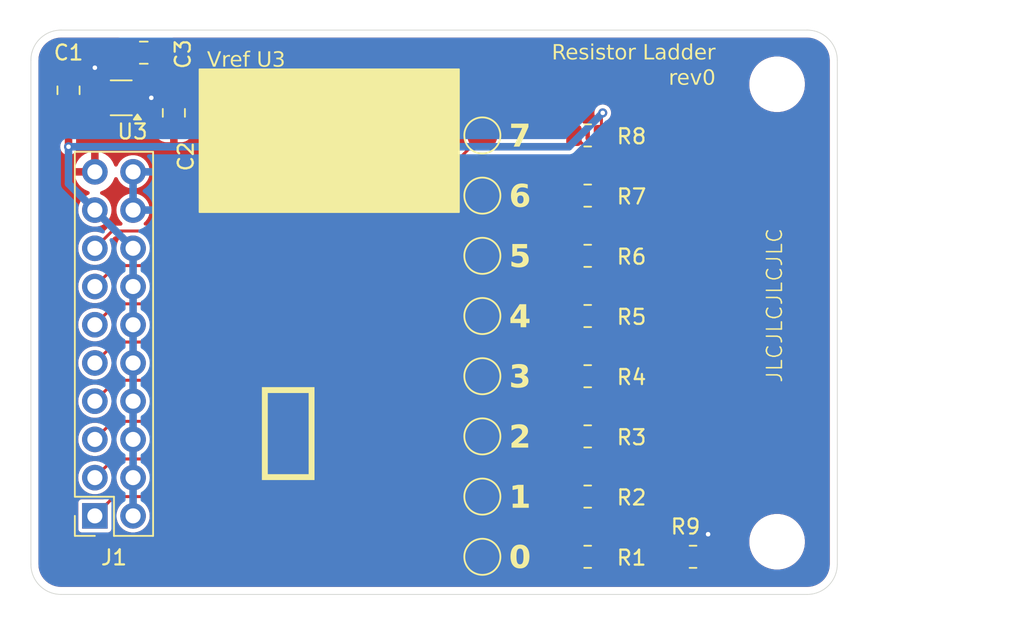
<source format=kicad_pcb>
(kicad_pcb (version 20240108) (generator "pcbnew") (generator_version "8.0")
  (layers (0 "F.Cu" signal) (31 "B.Cu" signal) (34 "B.Paste" user) (35 "F.Paste" user) (36 "B.SilkS" user "B.Silkscreen") (37 "F.SilkS" user "F.Silkscreen") (38 "B.Mask" user) (39 "F.Mask" user) (44 "Edge.Cuts" user))
  (net 0 "")
  (net 1 "/VREF")
  (net 2 "GND")
  (net 3 "VAA")
  (net 4 "/S4")
  (net 5 "/S2")
  (net 6 "/S7")
  (net 7 "/S5")
  (net 8 "/S1")
  (net 9 "/S0")
  (net 10 "/S6")
  (net 11 "/S3")
  (footprint "Package_TO_SOT_SMD:SOT-353_SC-70-5" (layer "F.Cu") (at 97.5 92.5 180)
    (property "Reference" "U3" (at -0.75 -2.25 180) (layer "F.SilkS"))
    (property "Value" "MIC5366-2.0YC5-TR")
    (fp_line (start -0.7 1.16) (end 0.7 1.16) (stroke (width 0.12)) (layer "F.SilkS"))
    (fp_line (start -0.71 -1.16) (end 0.7 -1.16) (stroke (width 0.12)) (layer "F.SilkS"))
    (fp_poly (pts (xy -1.08 -1.11) (xy -1.32 -1.44) (xy -0.84 -1.44) (xy -1.08 -1.11)) (stroke (width 0.12)) (fill solid) (layer "F.SilkS"))
    (pad "1" smd roundrect (at -0.95 -0.65 180) (size 0.65 0.4) (layers "F.Cu" "F.Paste" "F.Mask") (net 3 "VAA"))
    (pad "2" smd roundrect (at -0.949999 0 180) (size 0.65 0.4) (layers "F.Cu" "F.Paste" "F.Mask") (net 2 "GND"))
    (pad "3" smd roundrect (at -0.95 0.65 180) (size 0.65 0.4) (layers "F.Cu" "F.Paste" "F.Mask") (net 3 "VAA"))
    (pad "4" smd roundrect (at 0.95 0.65 180) (size 0.65 0.4) (layers "F.Cu" "F.Paste" "F.Mask"))
    (pad "5" smd roundrect (at 0.95 -0.65 180) (size 0.65 0.4) (layers "F.Cu" "F.Paste" "F.Mask") (net 1 "/VREF"))
  )
  (footprint "Resistor_SMD:R_0805_2012Metric" (layer "F.Cu") (at 135.5 123 180)
    (property "Reference" "R9" (at 0.5 2 180) (layer "F.SilkS"))
    (property "Value" "1k")
    (fp_line (start -0.227064 0.735) (end 0.227064 0.735) (stroke (width 0.12)) (layer "F.SilkS"))
    (fp_line (start -0.227064 -0.735) (end 0.227064 -0.735) (stroke (width 0.12)) (layer "F.SilkS"))
    (pad "1" smd roundrect (at -0.9125 0 180) (size 1.025 1.4) (layers "F.Cu" "F.Paste" "F.Mask") (roundrect_rratio 0.243902) (net 2 "GND"))
    (pad "2" smd roundrect (at 0.9125 0 180) (size 1.025 1.4) (layers "F.Cu" "F.Paste" "F.Mask") (roundrect_rratio 0.243902) (net 9 "/S0"))
  )
  (footprint "MountingHole:MountingHole_3.2mm_M3" (layer "F.Cu") (at 141.085786 122)
    (property "Reference" "H2" (hide yes))
    (property "Value" "MountingHole")
    (pad "" np_thru_hole circle (at 0 0) (size 3.2 3.2) (drill 3.2) (layers "*.Cu" "*.Mask"))
  )
  (footprint "Resistor_SMD:R_0805_2012Metric" (layer "F.Cu") (at 128.5 99)
    (property "Reference" "R7" (at 2.9125 0.06666 360) (layer "F.SilkS"))
    (property "Value" "1k")
    (fp_line (start -0.227064 -0.735) (end 0.227064 -0.735) (stroke (width 0.12)) (layer "F.SilkS"))
    (fp_line (start -0.227064 0.735) (end 0.227064 0.735) (stroke (width 0.12)) (layer "F.SilkS"))
    (pad "1" smd roundrect (at -0.9125 0) (size 1.025 1.4) (layers "F.Cu" "F.Paste" "F.Mask") (roundrect_rratio 0.243902) (net 10 "/S6"))
    (pad "2" smd roundrect (at 0.9125 0) (size 1.025 1.4) (layers "F.Cu" "F.Paste" "F.Mask") (roundrect_rratio 0.243902) (net 6 "/S7"))
  )
  (footprint "MountingHole:MountingHole_3.2mm_M3" (layer "F.Cu") (at 141.085786 91.6)
    (property "Reference" "H1" (hide yes))
    (property "Value" "MountingHole")
    (pad "" np_thru_hole circle (at 0 0) (size 3.2 3.2) (drill 3.2) (layers "*.Cu" "*.Mask"))
  )
  (footprint "Resistor_SMD:R_0805_2012Metric" (layer "F.Cu") (at 128.5 107)
    (property "Reference" "R5" (at 2.9125 0.06666 0) (layer "F.SilkS"))
    (property "Value" "1k")
    (fp_line (start -0.227064 -0.735) (end 0.227064 -0.735) (stroke (width 0.12)) (layer "F.SilkS"))
    (fp_line (start -0.227064 0.735) (end 0.227064 0.735) (stroke (width 0.12)) (layer "F.SilkS"))
    (pad "1" smd roundrect (at -0.9125 0) (size 1.025 1.4) (layers "F.Cu" "F.Paste" "F.Mask") (roundrect_rratio 0.243902) (net 4 "/S4"))
    (pad "2" smd roundrect (at 0.9125 0) (size 1.025 1.4) (layers "F.Cu" "F.Paste" "F.Mask") (roundrect_rratio 0.243902) (net 7 "/S5"))
  )
  (footprint "Resistor_SMD:R_0805_2012Metric" (layer "F.Cu") (at 128.5 119)
    (property "Reference" "R2" (at 2.9125 0.06666 0) (layer "F.SilkS"))
    (property "Value" "1k")
    (fp_line (start -0.227064 -0.735) (end 0.227064 -0.735) (stroke (width 0.12)) (layer "F.SilkS"))
    (fp_line (start -0.227064 0.735) (end 0.227064 0.735) (stroke (width 0.12)) (layer "F.SilkS"))
    (pad "1" smd roundrect (at -0.9125 0) (size 1.025 1.4) (layers "F.Cu" "F.Paste" "F.Mask") (roundrect_rratio 0.243902) (net 8 "/S1"))
    (pad "2" smd roundrect (at 0.9125 0) (size 1.025 1.4) (layers "F.Cu" "F.Paste" "F.Mask") (roundrect_rratio 0.243902) (net 5 "/S2"))
  )
  (footprint "Resistor_SMD:R_0805_2012Metric" (layer "F.Cu") (at 128.5 103)
    (property "Reference" "R6" (at 2.9125 0.06666 0) (layer "F.SilkS"))
    (property "Value" "1k")
    (fp_line (start -0.227064 -0.735) (end 0.227064 -0.735) (stroke (width 0.12)) (layer "F.SilkS"))
    (fp_line (start -0.227064 0.735) (end 0.227064 0.735) (stroke (width 0.12)) (layer "F.SilkS"))
    (pad "1" smd roundrect (at -0.9125 0) (size 1.025 1.4) (layers "F.Cu" "F.Paste" "F.Mask") (roundrect_rratio 0.243902) (net 7 "/S5"))
    (pad "2" smd roundrect (at 0.9125 0) (size 1.025 1.4) (layers "F.Cu" "F.Paste" "F.Mask") (roundrect_rratio 0.243902) (net 10 "/S6"))
  )
  (footprint "TestPoint:TestPoint_Pad_D2.0mm" (layer "F.Cu") (at 121.5 123)
    (property "Reference" "TP1" (hide yes))
    (property "Value" "TestPoint")
    (fp_circle (center 0 0) (end 0 1.2) (stroke (width 0.12)) (fill none) (layer "F.SilkS"))
    (pad "1" smd circle (at 0 0) (size 2 2) (layers "F.Cu" "F.Mask") (net 9 "/S0"))
  )
  (footprint "Capacitor_SMD:C_0805_2012Metric" (layer "F.Cu") (at 101 93.5 90)
    (property "Reference" "C2" (at -2.9 0.8 -90) (layer "F.SilkS"))
    (property "Value" "1uF X7R")
    (fp_line (start -0.261253 -0.735) (end 0.261253 -0.735) (stroke (width 0.12)) (layer "F.SilkS"))
    (fp_line (start -0.261253 0.735) (end 0.261253 0.735) (stroke (width 0.12)) (layer "F.SilkS"))
    (pad "1" smd roundrect (at -0.949999 0 90) (size 1 1.45) (layers "F.Cu" "F.Paste" "F.Mask") (net 3 "VAA"))
    (pad "2" smd roundrect (at 0.949999 0 90) (size 1 1.45) (layers "F.Cu" "F.Paste" "F.Mask") (net 2 "GND"))
  )
  (footprint "Resistor_SMD:R_0805_2012Metric" (layer "F.Cu") (at 128.5 111)
    (property "Reference" "R4" (at 2.9125 0.06666 0) (layer "F.SilkS"))
    (property "Value" "1k")
    (fp_line (start -0.227064 -0.735) (end 0.227064 -0.735) (stroke (width 0.12)) (layer "F.SilkS"))
    (fp_line (start -0.227064 0.735) (end 0.227064 0.735) (stroke (width 0.12)) (layer "F.SilkS"))
    (pad "1" smd roundrect (at -0.9125 0) (size 1.025 1.4) (layers "F.Cu" "F.Paste" "F.Mask") (roundrect_rratio 0.243902) (net 11 "/S3"))
    (pad "2" smd roundrect (at 0.9125 0) (size 1.025 1.4) (layers "F.Cu" "F.Paste" "F.Mask") (roundrect_rratio 0.243902) (net 4 "/S4"))
  )
  (footprint "Resistor_SMD:R_0805_2012Metric" (layer "F.Cu") (at 128.5 123)
    (property "Reference" "R1" (at 2.9125 0.06666 0) (layer "F.SilkS"))
    (property "Value" "1k")
    (fp_line (start -0.227064 -0.735) (end 0.227064 -0.735) (stroke (width 0.12)) (layer "F.SilkS"))
    (fp_line (start -0.227064 0.735) (end 0.227064 0.735) (stroke (width 0.12)) (layer "F.SilkS"))
    (pad "1" smd roundrect (at -0.9125 0) (size 1.025 1.4) (layers "F.Cu" "F.Paste" "F.Mask") (roundrect_rratio 0.243902) (net 9 "/S0"))
    (pad "2" smd roundrect (at 0.9125 0) (size 1.025 1.4) (layers "F.Cu" "F.Paste" "F.Mask") (roundrect_rratio 0.243902) (net 8 "/S1"))
  )
  (footprint "TestPoint:TestPoint_Pad_D2.0mm" (layer "F.Cu") (at 121.5 119)
    (property "Reference" "TP2" (hide yes))
    (property "Value" "TestPoint")
    (fp_circle (center 0 0) (end 0 1.2) (stroke (width 0.12)) (fill none) (layer "F.SilkS"))
    (pad "1" smd circle (at 0 0) (size 2 2) (layers "F.Cu" "F.Mask") (net 8 "/S1"))
  )
  (footprint "TestPoint:TestPoint_Pad_D2.0mm" (layer "F.Cu") (at 121.5 99)
    (property "Reference" "TP7" (hide yes))
    (property "Value" "TestPoint")
    (fp_circle (center 0 0) (end 0 1.2) (stroke (width 0.12)) (fill none) (layer "F.SilkS"))
    (pad "1" smd circle (at 0 0) (size 2 2) (layers "F.Cu" "F.Mask") (net 10 "/S6"))
  )
  (footprint "Resistor_SMD:R_0805_2012Metric" (layer "F.Cu") (at 128.5 95)
    (property "Reference" "R8" (at 2.9125 0.06666 0) (layer "F.SilkS"))
    (property "Value" "1k")
    (fp_line (start -0.227064 -0.735) (end 0.227064 -0.735) (stroke (width 0.12)) (layer "F.SilkS"))
    (fp_line (start -0.227064 0.735) (end 0.227064 0.735) (stroke (width 0.12)) (layer "F.SilkS"))
    (pad "1" smd roundrect (at -0.9125 0) (size 1.025 1.4) (layers "F.Cu" "F.Paste" "F.Mask") (roundrect_rratio 0.243902) (net 6 "/S7"))
    (pad "2" smd roundrect (at 0.9125 0) (size 1.025 1.4) (layers "F.Cu" "F.Paste" "F.Mask") (roundrect_rratio 0.243902) (net 1 "/VREF"))
  )
  (footprint "TestPoint:TestPoint_Pad_D2.0mm" (layer "F.Cu") (at 121.5 95)
    (property "Reference" "TP8" (hide yes))
    (property "Value" "TestPoint")
    (fp_circle (center 0 0) (end 0 1.2) (stroke (width 0.12)) (fill none) (layer "F.SilkS"))
    (pad "1" smd circle (at 0 0) (size 2 2) (layers "F.Cu" "F.Mask") (net 6 "/S7"))
  )
  (footprint "TestPoint:TestPoint_Pad_D2.0mm" (layer "F.Cu") (at 121.5 111)
    (property "Reference" "TP4" (hide yes))
    (property "Value" "TestPoint")
    (fp_circle (center 0 0) (end 0 1.2) (stroke (width 0.12)) (fill none) (layer "F.SilkS"))
    (pad "1" smd circle (at 0 0) (size 2 2) (layers "F.Cu" "F.Mask") (net 11 "/S3"))
  )
  (footprint "TestPoint:TestPoint_Pad_D2.0mm" (layer "F.Cu") (at 121.5 115)
    (property "Reference" "TP3" (hide yes))
    (property "Value" "TestPoint")
    (fp_circle (center 0 0) (end 0 1.2) (stroke (width 0.12)) (fill none) (layer "F.SilkS"))
    (pad "1" smd circle (at 0 0) (size 2 2) (layers "F.Cu" "F.Mask") (net 5 "/S2"))
  )
  (footprint "Connector_PinSocket_2.54mm:PinSocket_2x10_P2.54mm_Vertical" (layer "F.Cu") (at 95.75 120.28 180)
    (property "Reference" "J1" (at -1.27 -2.77 180) (layer "F.SilkS"))
    (property "Value" "ToADC")
    (fp_line (start 1.33 1.270001) (end 1.33 24.19) (stroke (width 0.12)) (layer "F.SilkS"))
    (fp_line (start 1.33 -1.33) (end 1.33 0) (stroke (width 0.12)) (layer "F.SilkS"))
    (fp_line (start 0 -1.33) (end 1.33 -1.33) (stroke (width 0.12)) (layer "F.SilkS"))
    (fp_line (start -1.27 1.27) (end 1.33 1.270001) (stroke (width 0.12)) (layer "F.SilkS"))
    (fp_line (start -1.270001 -1.33) (end -1.27 1.27) (stroke (width 0.12)) (layer "F.SilkS"))
    (fp_line (start -3.87 24.19) (end 1.33 24.19) (stroke (width 0.12)) (layer "F.SilkS"))
    (fp_line (start -3.87 -1.33) (end -1.270001 -1.33) (stroke (width 0.12)) (layer "F.SilkS"))
    (fp_line (start -3.87 -1.33) (end -3.87 24.19) (stroke (width 0.12)) (layer "F.SilkS"))
    (pad "1" thru_hole rect (at 0 0 180) (size 1.7 1.7) (drill 1) (layers "*.Cu" "*.Mask") (net 9 "/S0"))
    (pad "2" thru_hole oval (at -2.54 0 180) (size 1.7 1.7) (drill 1) (layers "*.Cu" "*.Mask") (net 1 "/VREF"))
    (pad "3" thru_hole oval (at 0 2.54 180) (size 1.7 1.7) (drill 1) (layers "*.Cu" "*.Mask") (net 8 "/S1"))
    (pad "4" thru_hole oval (at -2.54 2.54 180) (size 1.7 1.7) (drill 1) (layers "*.Cu" "*.Mask") (net 1 "/VREF"))
    (pad "5" thru_hole oval (at 0 5.079999 180) (size 1.7 1.7) (drill 1) (layers "*.Cu" "*.Mask") (net 5 "/S2"))
    (pad "6" thru_hole oval (at -2.54 5.08 180) (size 1.7 1.7) (drill 1) (layers "*.Cu" "*.Mask") (net 1 "/VREF"))
    (pad "7" thru_hole oval (at 0 7.62 180) (size 1.7 1.7) (drill 1) (layers "*.Cu" "*.Mask") (net 11 "/S3"))
    (pad "8" thru_hole oval (at -2.54 7.62 180) (size 1.7 1.7) (drill 1) (layers "*.Cu" "*.Mask") (net 1 "/VREF"))
    (pad "9" thru_hole oval (at 0 10.16 180) (size 1.7 1.7) (drill 1) (layers "*.Cu" "*.Mask") (net 4 "/S4"))
    (pad "10" thru_hole oval (at -2.54 10.16 180) (size 1.7 1.7) (drill 1) (layers "*.Cu" "*.Mask") (net 1 "/VREF"))
    (pad "11" thru_hole oval (at 0 12.7 180) (size 1.7 1.7) (drill 1) (layers "*.Cu" "*.Mask") (net 7 "/S5"))
    (pad "12" thru_hole oval (at -2.54 12.7 180) (size 1.7 1.7) (drill 1) (layers "*.Cu" "*.Mask") (net 1 "/VREF"))
    (pad "13" thru_hole oval (at 0 15.24 180) (size 1.7 1.7) (drill 1) (layers "*.Cu" "*.Mask") (net 10 "/S6"))
    (pad "14" thru_hole oval (at -2.54 15.24 180) (size 1.7 1.7) (drill 1) (layers "*.Cu" "*.Mask") (net 1 "/VREF"))
    (pad "15" thru_hole oval (at 0 17.780001 180) (size 1.7 1.7) (drill 1) (layers "*.Cu" "*.Mask") (net 6 "/S7"))
    (pad "16" thru_hole oval (at -2.54 17.78 180) (size 1.7 1.7) (drill 1) (layers "*.Cu" "*.Mask") (net 1 "/VREF"))
    (pad "17" thru_hole oval (at 0 20.32 180) (size 1.7 1.7) (drill 1) (layers "*.Cu" "*.Mask") (net 1 "/VREF"))
    (pad "18" thru_hole oval (at -2.54 20.32 180) (size 1.7 1.7) (drill 1) (layers "*.Cu" "*.Mask") (net 2 "GND"))
    (pad "19" thru_hole oval (at 0 22.86 180) (size 1.7 1.7) (drill 1) (layers "*.Cu" "*.Mask") (net 3 "VAA"))
    (pad "20" thru_hole oval (at -2.54 22.86 180) (size 1.7 1.7) (drill 1) (layers "*.Cu" "*.Mask") (net 2 "GND"))
  )
  (footprint "TestPoint:TestPoint_Pad_D2.0mm" (layer "F.Cu") (at 121.5 107)
    (property "Reference" "TP5" (hide yes))
    (property "Value" "TestPoint")
    (fp_circle (center 0 0) (end 0 1.2) (stroke (width 0.12)) (fill none) (layer "F.SilkS"))
    (pad "1" smd circle (at 0 0) (size 2 2) (layers "F.Cu" "F.Mask") (net 4 "/S4"))
  )
  (footprint "Capacitor_SMD:C_0805_2012Metric" (layer "F.Cu") (at 94 92 90)
    (property "Reference" "C1" (at 2.5 0 0) (layer "F.SilkS"))
    (property "Value" "1uF X7R")
    (fp_line (start -0.261253 -0.735) (end 0.261253 -0.735) (stroke (width 0.12)) (layer "F.SilkS"))
    (fp_line (start -0.261253 0.735) (end 0.261253 0.735) (stroke (width 0.12)) (layer "F.SilkS"))
    (pad "1" smd roundrect (at -0.949999 0 90) (size 1 1.45) (layers "F.Cu" "F.Paste" "F.Mask") (net 1 "/VREF"))
    (pad "2" smd roundrect (at 0.949999 0 90) (size 1 1.45) (layers "F.Cu" "F.Paste" "F.Mask") (net 2 "GND"))
  )
  (footprint "Capacitor_SMD:C_0805_2012Metric" (layer "F.Cu") (at 99 89.5 180)
    (property "Reference" "C3" (at -2.6 -0.1 -90) (layer "F.SilkS"))
    (property "Value" "10nF NP0")
    (fp_line (start -0.261253 0.735) (end 0.261253 0.735) (stroke (width 0.12)) (layer "F.SilkS"))
    (fp_line (start -0.261253 -0.735) (end 0.261253 -0.735) (stroke (width 0.12)) (layer "F.SilkS"))
    (pad "1" smd roundrect (at -0.949999 0 180) (size 1 1.45) (layers "F.Cu" "F.Paste" "F.Mask") (net 3 "VAA"))
    (pad "2" smd roundrect (at 0.949999 0 180) (size 1 1.45) (layers "F.Cu" "F.Paste" "F.Mask") (net 2 "GND"))
  )
  (footprint "Resistor_SMD:R_0805_2012Metric" (layer "F.Cu") (at 128.5 115)
    (property "Reference" "R3" (at 2.9125 0.06666 0) (layer "F.SilkS"))
    (property "Value" "1k")
    (fp_line (start -0.227064 -0.735) (end 0.227064 -0.735) (stroke (width 0.12)) (layer "F.SilkS"))
    (fp_line (start -0.227064 0.735) (end 0.227064 0.735) (stroke (width 0.12)) (layer "F.SilkS"))
    (pad "1" smd roundrect (at -0.9125 0) (size 1.025 1.4) (layers "F.Cu" "F.Paste" "F.Mask") (roundrect_rratio 0.243902) (net 5 "/S2"))
    (pad "2" smd roundrect (at 0.9125 0) (size 1.025 1.4) (layers "F.Cu" "F.Paste" "F.Mask") (roundrect_rratio 0.243902) (net 11 "/S3"))
  )
  (footprint "TestPoint:TestPoint_Pad_D2.0mm" (layer "F.Cu") (at 121.5 103)
    (property "Reference" "TP6" (hide yes))
    (property "Value" "TestPoint")
    (fp_circle (center 0 0) (end 0 1.2) (stroke (width 0.12)) (fill none) (layer "F.SilkS"))
    (pad "1" smd circle (at 0 0) (size 2 2) (layers "F.Cu" "F.Mask") (net 7 "/S5"))
  )
  (gr_rect (start 102.7 90.6) (end 119.95 100.1) (stroke (width 0.1)) (fill solid) (layer "F.SilkS"))
  (gr_arc (start 143.085786 88) (mid 144.5 88.585786) (end 145.085786 90) (stroke (width 0.05)) (layer "Edge.Cuts"))
  (gr_arc (start 91.5 90) (mid 92.085786 88.585786) (end 93.5 88) (stroke (width 0.05)) (layer "Edge.Cuts"))
  (gr_line (start 93.5 88) (end 143.085786 88) (stroke (width 0.05)) (layer "Edge.Cuts"))
  (gr_arc (start 145.085786 123.5) (mid 144.5 124.914214) (end 143.085786 125.5) (stroke (width 0.05)) (layer "Edge.Cuts"))
  (gr_line (start 143.085786 125.5) (end 93.5 125.5) (stroke (width 0.05)) (layer "Edge.Cuts"))
  (gr_arc (start 93.5 125.5) (mid 92.085786 124.914214) (end 91.5 123.5) (stroke (width 0.05)) (layer "Edge.Cuts"))
  (gr_line (start 91.5 123.5) (end 91.5 90) (stroke (width 0.05)) (layer "Edge.Cuts"))
  (gr_line (start 145.085786 90) (end 145.085786 123.5) (stroke (width 0.05)) (layer "Edge.Cuts"))
  (gr_text "0" (at 124 124 0) (layer "F.SilkS") (effects (font (size 1.5 1.5) (thickness 0.3) (bold yes)) (justify bottom)))
  (gr_text "5" (at 124 104 0) (layer "F.SilkS") (effects (font (size 1.5 1.5) (thickness 0.3) (bold yes)) (justify bottom)))
  (gr_text "3\n" (at 124 112 0) (layer "F.SilkS") (effects (font (size 1.5 1.5) (thickness 0.3) (bold yes)) (justify bottom)))
  (gr_text "Resistor Ladder\nrev0\n" (at 137 91.8 0) (layer "F.SilkS") (effects (font (size 1 1) (thickness 0.1)) (justify right bottom)))
  (gr_text "JLCJLCJLCJLC" (at 141.5 111.5 90) (layer "F.SilkS") (effects (font (size 1 1) (thickness 0.1)) (justify left bottom)))
  (gr_text "2" (at 124 116 0) (layer "F.SilkS") (effects (font (size 1.5 1.5) (thickness 0.3) (bold yes)) (justify bottom)))
  (gr_text "1" (at 124 120 0) (layer "F.SilkS") (effects (font (size 1.5 1.5) (thickness 0.3) (bold yes)) (justify bottom)))
  (gr_text "7" (at 124 96 0) (layer "F.SilkS") (effects (font (size 1.5 1.5) (thickness 0.3) (bold yes)) (justify bottom)))
  (gr_text "梯" (at 106.5 117.5 0) (layer "F.SilkS") (effects (font (size 5 5) (thickness 0.3) (bold yes)) (justify left bottom)))
  (gr_text "Vref U3" (at 103.2 90.6 0) (layer "F.SilkS") (effects (font (size 1 1) (thickness 0.1)) (justify left bottom)))
  (gr_text "6" (at 124 100 0) (layer "F.SilkS") (effects (font (size 1.5 1.5) (thickness 0.3) (bold yes)) (justify bottom)))
  (gr_text "4" (at 124 108 0) (layer "F.SilkS") (effects (font (size 1.5 1.5) (thickness 0.3) (bold yes)) (justify bottom)))
  (segment (start 94 92.949999) (end 94 95.75) (width 0.5) (layer "F.Cu") (net 1))
  (segment (start 96.55 93.15) (end 94.200001 93.15) (width 0.2) (layer "F.Cu") (net 1))
  (segment (start 129.4125 95) (end 129.4125 93.5875) (width 0.2) (layer "F.Cu") (net 1))
  (segment (start 129.4125 93.5875) (end 129.5 93.5) (width 0.2) (layer "F.Cu") (net 1))
  (segment (start 94.200001 93.15) (end 94 92.949999) (width 0.2) (layer "F.Cu") (net 1))
  (via (at 129.5 93.5) (size 0.6) (drill 0.3) (layers "F.Cu" "B.Cu") (net 1))
  (via (at 94 95.75) (size 0.6) (drill 0.3) (layers "F.Cu" "B.Cu") (net 1))
  (segment (start 98.29 112.66) (end 98.29 115.2) (width 0.5) (layer "B.Cu") (net 1))
  (segment (start 98.29 107.58) (end 98.29 110.12) (width 0.5) (layer "B.Cu") (net 1))
  (segment (start 98.29 110.12) (end 98.29 112.66) (width 0.5) (layer "B.Cu") (net 1))
  (segment (start 127.25 95.75) (end 129.5 93.5) (width 0.5) (layer "B.Cu") (net 1))
  (segment (start 98.29 115.2) (end 98.29 117.74) (width 0.5) (layer "B.Cu") (net 1))
  (segment (start 95.75 99.96) (end 98.29 102.5) (width 0.5) (layer "B.Cu") (net 1))
  (segment (start 94 95.75) (end 127.25 95.75) (width 0.5) (layer "B.Cu") (net 1))
  (segment (start 94 98.21) (end 95.75 99.96) (width 0.5) (layer "B.Cu") (net 1))
  (segment (start 98.29 102.5) (end 98.29 105.04) (width 0.5) (layer "B.Cu") (net 1))
  (segment (start 94 95.75) (end 94 98.21) (width 0.5) (layer "B.Cu") (net 1))
  (segment (start 98.29 117.74) (end 98.29 120.28) (width 0.5) (layer "B.Cu") (net 1))
  (segment (start 98.29 105.04) (end 98.29 107.58) (width 0.5) (layer "B.Cu") (net 1))
  (segment (start 98.050001 89.5) (end 97.050001 90.5) (width 0.2) (layer "F.Cu") (net 2))
  (segment (start 97.050001 90.5) (end 95.75 90.5) (width 0.2) (layer "F.Cu") (net 2))
  (segment (start 99.5 92.5) (end 100.949999 92.5) (width 0.2) (layer "F.Cu") (net 2))
  (segment (start 94 91.050001) (end 94.550001 90.5) (width 0.2) (layer "F.Cu") (net 2))
  (segment (start 98.449999 92.5) (end 99.5 92.5) (width 0.2) (layer "F.Cu") (net 2))
  (segment (start 100.949999 92.5) (end 101 92.550001) (width 0.2) (layer "F.Cu") (net 2))
  (segment (start 136.5 122.9125) (end 136.4125 123) (width 0.2) (layer "F.Cu") (net 2))
  (segment (start 136.5 121.5) (end 136.5 122.9125) (width 0.2) (layer "F.Cu") (net 2))
  (segment (start 94.550001 90.5) (end 95.75 90.5) (width 0.2) (layer "F.Cu") (net 2))
  (via (at 136.5 121.5) (size 0.6) (drill 0.3) (layers "F.Cu" "B.Cu") (net 2))
  (via (at 95.75 90.5) (size 0.6) (drill 0.3) (layers "F.Cu" "B.Cu") (net 2))
  (via (at 99.5 92.5) (size 0.6) (drill 0.3) (layers "F.Cu" "B.Cu") (net 2))
  (segment (start 121.5 107) (end 119.77 108.73) (width 0.2) (layer "F.Cu") (net 4))
  (segment (start 129.4125 111) (end 129.4125 108.825) (width 0.2) (layer "F.Cu") (net 4))
  (segment (start 127.5875 107) (end 121.5 107) (width 0.2) (layer "F.Cu") (net 4))
  (segment (start 119.77 108.73) (end 97.14 108.73) (width 0.2) (layer "F.Cu") (net 4))
  (segment (start 129.4125 108.825) (end 127.5875 107) (width 0.2) (layer "F.Cu") (net 4))
  (segment (start 97.14 108.73) (end 95.75 110.12) (width 0.2) (layer "F.Cu") (net 4))
  (segment (start 129.4125 116.825) (end 127.5875 115) (width 0.2) (layer "F.Cu") (net 5))
  (segment (start 121.5 115) (end 120.5 114) (width 0.2) (layer "F.Cu") (net 5))
  (segment (start 129.4125 119) (end 129.4125 116.825) (width 0.2) (layer "F.Cu") (net 5))
  (segment (start 120.5 114) (end 96.950001 114) (width 0.2) (layer "F.Cu") (net 5))
  (segment (start 127.5875 115) (end 121.5 115) (width 0.2) (layer "F.Cu") (net 5))
  (segment (start 96.950001 114) (end 95.75 115.200001) (width 0.2) (layer "F.Cu") (net 5))
  (segment (start 127.5875 95) (end 121.5 95) (width 0.2) (layer "F.Cu") (net 6))
  (segment (start 95.75 102.499999) (end 96.899999 101.35) (width 0.2) (layer "F.Cu") (net 6))
  (segment (start 129.4125 99) (end 129.4125 96.825) (width 0.2) (layer "F.Cu") (net 6))
  (segment (start 96.899999 101.35) (end 115.15 101.35) (width 0.2) (layer "F.Cu") (net 6))
  (segment (start 115.15 101.35) (end 121.5 95) (width 0.2) (layer "F.Cu") (net 6))
  (segment (start 129.4125 96.825) (end 127.5875 95) (width 0.2) (layer "F.Cu") (net 6))
  (segment (start 97.14 106.19) (end 95.75 107.58) (width 0.2) (layer "F.Cu") (net 7))
  (segment (start 129.4125 107) (end 129.4125 104.825) (width 0.2) (layer "F.Cu") (net 7))
  (segment (start 127.5875 103) (end 121.5 103) (width 0.2) (layer "F.Cu") (net 7))
  (segment (start 121.5 103) (end 118.31 106.19) (width 0.2) (layer "F.Cu") (net 7))
  (segment (start 129.4125 104.825) (end 127.5875 103) (width 0.2) (layer "F.Cu") (net 7))
  (segment (start 118.31 106.19) (end 97.14 106.19) (width 0.2) (layer "F.Cu") (net 7))
  (segment (start 129.4125 120.825) (end 127.5875 119) (width 0.2) (layer "F.Cu") (net 8))
  (segment (start 96.99 116.5) (end 95.75 117.74) (width 0.2) (layer "F.Cu") (net 8))
  (segment (start 129.4125 123) (end 129.4125 120.825) (width 0.2) (layer "F.Cu") (net 8))
  (segment (start 119 116.5) (end 96.99 116.5) (width 0.2) (layer "F.Cu") (net 8))
  (segment (start 121.5 119) (end 119 116.5) (width 0.2) (layer "F.Cu") (net 8))
  (segment (start 127.5875 119) (end 121.5 119) (width 0.2) (layer "F.Cu") (net 8))
  (segment (start 97.03 119) (end 95.75 120.28) (width 0.2) (layer "F.Cu") (net 9))
  (segment (start 133.5875 124) (end 134.5875 123) (width 0.2) (layer "F.Cu") (net 9))
  (segment (start 127.5875 123) (end 121.5 123) (width 0.2) (layer "F.Cu") (net 9))
  (segment (start 128.5875 124) (end 133.5875 124) (width 0.2) (layer "F.Cu") (net 9))
  (segment (start 127.5875 123) (end 128.5875 124) (width 0.2) (layer "F.Cu") (net 9))
  (segment (start 117.5 119) (end 97.03 119) (width 0.2) (layer "F.Cu") (net 9))
  (segment (start 121.5 123) (end 117.5 119) (width 0.2) (layer "F.Cu") (net 9))
  (segment (start 129.4125 103) (end 129.4125 100.825) (width 0.2) (layer "F.Cu") (net 10))
  (segment (start 97.14 103.65) (end 95.75 105.04) (width 0.2) (layer "F.Cu") (net 10))
  (segment (start 127.5875 99) (end 121.5 99) (width 0.2) (layer "F.Cu") (net 10))
  (segment (start 121.5 99) (end 116.85 103.65) (width 0.2) (layer "F.Cu") (net 10))
  (segment (start 116.85 103.65) (end 97.14 103.65) (width 0.2) (layer "F.Cu") (net 10))
  (segment (start 129.4125 100.825) (end 127.5875 99) (width 0.2) (layer "F.Cu") (net 10))
  (segment (start 129.4125 115) (end 129.4125 112.825) (width 0.2) (layer "F.Cu") (net 11))
  (segment (start 127.5875 111) (end 121.5 111) (width 0.2) (layer "F.Cu") (net 11))
  (segment (start 97.14 111.27) (end 95.75 112.66) (width 0.2) (layer "F.Cu") (net 11))
  (segment (start 121.5 111) (end 121.23 111.27) (width 0.2) (layer "F.Cu") (net 11))
  (segment (start 129.4125 112.825) (end 127.5875 111) (width 0.2) (layer "F.Cu") (net 11))
  (segment (start 121.23 111.27) (end 97.14 111.27) (width 0.2) (layer "F.Cu") (net 11))
  (zone (net 3) (net_name "VAA") (layer "F.Cu") (priority 1) (connect_pads (clearance 0.253)) (min_thickness 0.253) (fill yes (thermal_gap 0.5) (thermal_bridge_width 0.5))
    (polygon (pts (xy 89.5 86) (xy 157.5 86) (xy 157.5 128) (xy 89.5 128)))
  )
  (zone (net 2) (net_name "GND") (layer "B.Cu") (connect_pads (clearance 0.253)) (min_thickness 0.253) (fill yes (thermal_gap 0.5) (thermal_bridge_width 0.5))
    (polygon (pts (xy 90.5 87) (xy 156.5 87) (xy 156.5 127) (xy 90.5 127)))
  )
)
</source>
